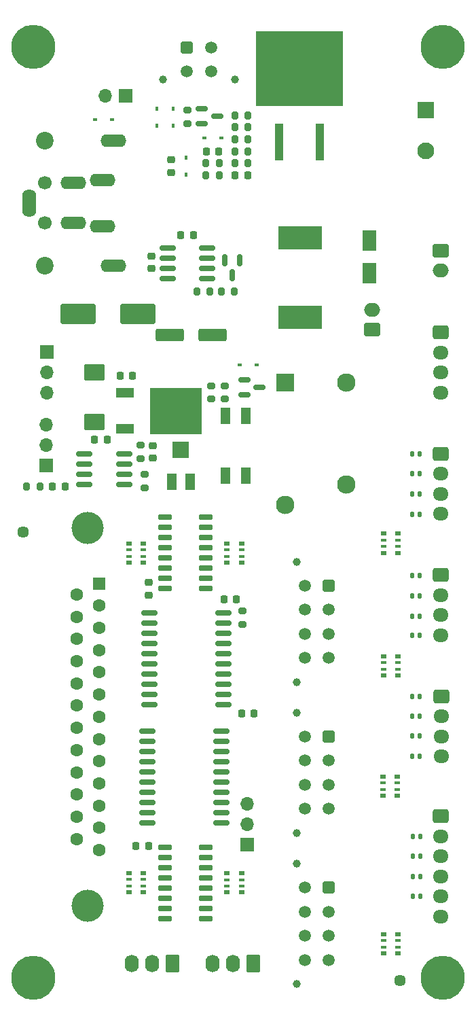
<source format=gbr>
%TF.GenerationSoftware,KiCad,Pcbnew,(6.0.4-0)*%
%TF.CreationDate,2022-05-22T20:42:40+12:00*%
%TF.ProjectId,controller,636f6e74-726f-46c6-9c65-722e6b696361,1.0*%
%TF.SameCoordinates,PX4900f70PY2ebae40*%
%TF.FileFunction,Soldermask,Top*%
%TF.FilePolarity,Negative*%
%FSLAX46Y46*%
G04 Gerber Fmt 4.6, Leading zero omitted, Abs format (unit mm)*
G04 Created by KiCad (PCBNEW (6.0.4-0)) date 2022-05-22 20:42:40*
%MOMM*%
%LPD*%
G01*
G04 APERTURE LIST*
G04 Aperture macros list*
%AMRoundRect*
0 Rectangle with rounded corners*
0 $1 Rounding radius*
0 $2 $3 $4 $5 $6 $7 $8 $9 X,Y pos of 4 corners*
0 Add a 4 corners polygon primitive as box body*
4,1,4,$2,$3,$4,$5,$6,$7,$8,$9,$2,$3,0*
0 Add four circle primitives for the rounded corners*
1,1,$1+$1,$2,$3*
1,1,$1+$1,$4,$5*
1,1,$1+$1,$6,$7*
1,1,$1+$1,$8,$9*
0 Add four rect primitives between the rounded corners*
20,1,$1+$1,$2,$3,$4,$5,0*
20,1,$1+$1,$4,$5,$6,$7,0*
20,1,$1+$1,$6,$7,$8,$9,0*
20,1,$1+$1,$8,$9,$2,$3,0*%
G04 Aperture macros list end*
%ADD10RoundRect,0.147500X0.147500X0.172500X-0.147500X0.172500X-0.147500X-0.172500X0.147500X-0.172500X0*%
%ADD11RoundRect,0.250000X1.500000X0.550000X-1.500000X0.550000X-1.500000X-0.550000X1.500000X-0.550000X0*%
%ADD12RoundRect,0.225000X0.250000X-0.225000X0.250000X0.225000X-0.250000X0.225000X-0.250000X-0.225000X0*%
%ADD13RoundRect,0.147500X-0.147500X-0.172500X0.147500X-0.172500X0.147500X0.172500X-0.147500X0.172500X0*%
%ADD14C,1.000000*%
%ADD15RoundRect,0.250001X-0.499999X0.499999X-0.499999X-0.499999X0.499999X-0.499999X0.499999X0.499999X0*%
%ADD16C,1.500000*%
%ADD17R,0.800000X0.500000*%
%ADD18R,0.800000X0.400000*%
%ADD19RoundRect,0.200000X-0.275000X0.200000X-0.275000X-0.200000X0.275000X-0.200000X0.275000X0.200000X0*%
%ADD20RoundRect,0.200000X0.200000X0.275000X-0.200000X0.275000X-0.200000X-0.275000X0.200000X-0.275000X0*%
%ADD21R,1.700000X1.700000*%
%ADD22O,1.700000X1.700000*%
%ADD23R,2.100000X2.100000*%
%ADD24C,2.100000*%
%ADD25RoundRect,0.250001X-0.499999X-0.499999X0.499999X-0.499999X0.499999X0.499999X-0.499999X0.499999X0*%
%ADD26R,1.300000X2.000000*%
%ADD27R,2.000000X2.000000*%
%ADD28RoundRect,0.250000X-0.750000X0.600000X-0.750000X-0.600000X0.750000X-0.600000X0.750000X0.600000X0*%
%ADD29O,2.000000X1.700000*%
%ADD30RoundRect,0.200000X0.275000X-0.200000X0.275000X0.200000X-0.275000X0.200000X-0.275000X-0.200000X0*%
%ADD31RoundRect,0.150000X-0.875000X-0.150000X0.875000X-0.150000X0.875000X0.150000X-0.875000X0.150000X0*%
%ADD32R,2.200000X1.200000*%
%ADD33R,6.400000X5.800000*%
%ADD34RoundRect,0.200000X-0.200000X-0.275000X0.200000X-0.275000X0.200000X0.275000X-0.200000X0.275000X0*%
%ADD35R,5.400000X2.900000*%
%ADD36RoundRect,0.250000X0.620000X0.845000X-0.620000X0.845000X-0.620000X-0.845000X0.620000X-0.845000X0*%
%ADD37O,1.740000X2.190000*%
%ADD38RoundRect,0.250000X-0.725000X0.600000X-0.725000X-0.600000X0.725000X-0.600000X0.725000X0.600000X0*%
%ADD39O,1.950000X1.700000*%
%ADD40R,1.100000X4.600000*%
%ADD41R,10.800000X9.400000*%
%ADD42R,0.600000X0.450000*%
%ADD43R,0.450000X0.600000*%
%ADD44RoundRect,0.250000X0.750000X-0.600000X0.750000X0.600000X-0.750000X0.600000X-0.750000X-0.600000X0*%
%ADD45C,5.500000*%
%ADD46RoundRect,0.250000X1.950000X1.000000X-1.950000X1.000000X-1.950000X-1.000000X1.950000X-1.000000X0*%
%ADD47R,1.200000X2.000000*%
%ADD48R,1.800000X2.500000*%
%ADD49RoundRect,0.225000X-0.250000X0.225000X-0.250000X-0.225000X0.250000X-0.225000X0.250000X0.225000X0*%
%ADD50C,2.300000*%
%ADD51R,2.300000X2.300000*%
%ADD52RoundRect,0.225000X-0.225000X-0.250000X0.225000X-0.250000X0.225000X0.250000X-0.225000X0.250000X0*%
%ADD53RoundRect,0.225000X0.225000X0.250000X-0.225000X0.250000X-0.225000X-0.250000X0.225000X-0.250000X0*%
%ADD54RoundRect,0.150000X-0.150000X0.587500X-0.150000X-0.587500X0.150000X-0.587500X0.150000X0.587500X0*%
%ADD55C,2.200000*%
%ADD56C,1.700000*%
%ADD57O,3.200000X1.600000*%
%ADD58O,1.750000X3.500000*%
%ADD59RoundRect,0.150000X-0.587500X-0.150000X0.587500X-0.150000X0.587500X0.150000X-0.587500X0.150000X0*%
%ADD60C,1.448000*%
%ADD61RoundRect,0.150000X0.725000X0.150000X-0.725000X0.150000X-0.725000X-0.150000X0.725000X-0.150000X0*%
%ADD62C,4.000000*%
%ADD63R,1.600000X1.600000*%
%ADD64C,1.600000*%
%ADD65RoundRect,0.150000X-0.825000X-0.150000X0.825000X-0.150000X0.825000X0.150000X-0.825000X0.150000X0*%
%ADD66RoundRect,0.250000X1.025000X-0.787500X1.025000X0.787500X-1.025000X0.787500X-1.025000X-0.787500X0*%
G04 APERTURE END LIST*
D10*
%TO.C,D15*%
X51185000Y-53750000D03*
X50215000Y-53750000D03*
%TD*%
D11*
%TO.C,C10*%
X25375000Y-38950000D03*
X19975000Y-38950000D03*
%TD*%
D12*
%TO.C,C1*%
X20150000Y-18675000D03*
X20150000Y-17125000D03*
%TD*%
D13*
%TO.C,D13*%
X50215000Y-58750000D03*
X51185000Y-58750000D03*
%TD*%
D14*
%TO.C,J12*%
X35871000Y-104790000D03*
X35871000Y-119790000D03*
D15*
X39811000Y-107790000D03*
D16*
X39811000Y-110790000D03*
X39811000Y-113790000D03*
X39811000Y-116790000D03*
X36811000Y-107790000D03*
X36811000Y-110790000D03*
X36811000Y-113790000D03*
X36811000Y-116790000D03*
%TD*%
D17*
%TO.C,RN1*%
X14900000Y-64900000D03*
D18*
X14900000Y-65700000D03*
X14900000Y-66500000D03*
D17*
X14900000Y-67300000D03*
X16700000Y-67300000D03*
D18*
X16700000Y-66500000D03*
X16700000Y-65700000D03*
D17*
X16700000Y-64900000D03*
%TD*%
D19*
%TO.C,R13*%
X16350000Y-52675000D03*
X16350000Y-54325000D03*
%TD*%
D20*
%TO.C,R6*%
X26175000Y-17550000D03*
X24525000Y-17550000D03*
%TD*%
D21*
%TO.C,JP4*%
X14500000Y-9150000D03*
D22*
X11960000Y-9150000D03*
%TD*%
D23*
%TO.C,J3*%
X51925000Y-10950000D03*
D24*
X51925000Y-16030000D03*
%TD*%
D14*
%TO.C,J2*%
X28150000Y-7060000D03*
X19150000Y-7060000D03*
D25*
X22150000Y-3120000D03*
D16*
X25150000Y-3120000D03*
X22150000Y-6120000D03*
X25150000Y-6120000D03*
%TD*%
D10*
%TO.C,D8*%
X51255000Y-108900000D03*
X50285000Y-108900000D03*
%TD*%
D26*
%TO.C,RV1*%
X20250000Y-57250000D03*
D27*
X21400000Y-53250000D03*
D26*
X22550000Y-57250000D03*
%TD*%
D28*
%TO.C,J14*%
X53800000Y-28400000D03*
D29*
X53800000Y-30900000D03*
%TD*%
D30*
%TO.C,R16*%
X25150000Y-46905000D03*
X25150000Y-45255000D03*
%TD*%
D31*
%TO.C,U5*%
X17178560Y-88277440D03*
X17178560Y-89547440D03*
X17178560Y-90817440D03*
X17178560Y-92087440D03*
X17178560Y-93357440D03*
X17178560Y-94627440D03*
X17178560Y-95897440D03*
X17178560Y-97167440D03*
X17178560Y-98437440D03*
X17178560Y-99707440D03*
X26478560Y-99707440D03*
X26478560Y-98437440D03*
X26478560Y-97167440D03*
X26478560Y-95897440D03*
X26478560Y-94627440D03*
X26478560Y-93357440D03*
X26478560Y-92087440D03*
X26478560Y-90817440D03*
X26478560Y-89547440D03*
X26478560Y-88277440D03*
%TD*%
D13*
%TO.C,D14*%
X50215000Y-56200000D03*
X51185000Y-56200000D03*
%TD*%
D17*
%TO.C,RN6*%
X48450000Y-66100000D03*
D18*
X48450000Y-65300000D03*
X48450000Y-64500000D03*
D17*
X48450000Y-63700000D03*
X46650000Y-63700000D03*
D18*
X46650000Y-64500000D03*
X46650000Y-65300000D03*
D17*
X46650000Y-66100000D03*
%TD*%
D32*
%TO.C,U1*%
X14450000Y-46098000D03*
D33*
X20750000Y-48378000D03*
D32*
X14450000Y-50658000D03*
%TD*%
D20*
%TO.C,R7*%
X29750000Y-17550000D03*
X28100000Y-17550000D03*
%TD*%
D10*
%TO.C,D11*%
X51255000Y-101400000D03*
X50285000Y-101400000D03*
%TD*%
D20*
%TO.C,R12*%
X25025000Y-33500000D03*
X23375000Y-33500000D03*
%TD*%
D34*
%TO.C,R5*%
X28100000Y-11550000D03*
X29750000Y-11550000D03*
%TD*%
D13*
%TO.C,D21*%
X50215000Y-88920000D03*
X51185000Y-88920000D03*
%TD*%
D21*
%TO.C,JP1*%
X29619000Y-102450000D03*
D22*
X29619000Y-99910000D03*
X29619000Y-97370000D03*
%TD*%
D12*
%TO.C,C11*%
X17900000Y-54275000D03*
X17900000Y-52725000D03*
%TD*%
D20*
%TO.C,R14*%
X3825000Y-57850000D03*
X2175000Y-57850000D03*
%TD*%
D35*
%TO.C,L1*%
X36250000Y-26850000D03*
X36250000Y-36750000D03*
%TD*%
D36*
%TO.C,J16*%
X30400000Y-117250000D03*
D37*
X27860000Y-117250000D03*
X25320000Y-117250000D03*
%TD*%
D38*
%TO.C,J9*%
X53790000Y-68850000D03*
D39*
X53790000Y-71350000D03*
X53790000Y-73850000D03*
X53790000Y-76350000D03*
%TD*%
D40*
%TO.C,Q2*%
X33635000Y-14925000D03*
D41*
X36175000Y-5775000D03*
D40*
X38715000Y-14925000D03*
%TD*%
D34*
%TO.C,R8*%
X28100000Y-16050000D03*
X29750000Y-16050000D03*
%TD*%
D42*
%TO.C,D2*%
X26400000Y-14350000D03*
X24300000Y-14350000D03*
%TD*%
D43*
%TO.C,D1*%
X22050000Y-16850000D03*
X22050000Y-18950000D03*
%TD*%
D44*
%TO.C,J13*%
X45250000Y-38300000D03*
D29*
X45250000Y-35800000D03*
%TD*%
D13*
%TO.C,D17*%
X50215000Y-73968000D03*
X51185000Y-73968000D03*
%TD*%
D38*
%TO.C,J11*%
X53867500Y-83950000D03*
D39*
X53867500Y-86450000D03*
X53867500Y-88950000D03*
X53867500Y-91450000D03*
%TD*%
D19*
%TO.C,R17*%
X26850000Y-45275000D03*
X26850000Y-46925000D03*
%TD*%
D45*
%TO.C,H4*%
X54000000Y-119000000D03*
%TD*%
D46*
%TO.C,C4*%
X16000000Y-36300000D03*
X8600000Y-36300000D03*
%TD*%
D47*
%TO.C,LF1*%
X26980000Y-56478000D03*
X29520000Y-56478000D03*
X29520000Y-48978000D03*
X26980000Y-48978000D03*
%TD*%
D48*
%TO.C,D6*%
X44900000Y-27200000D03*
X44900000Y-31200000D03*
%TD*%
D13*
%TO.C,D22*%
X50215000Y-86440000D03*
X51185000Y-86440000D03*
%TD*%
D49*
%TO.C,C8*%
X17750000Y-29075000D03*
X17750000Y-30625000D03*
%TD*%
D38*
%TO.C,J6*%
X53790000Y-53722000D03*
D39*
X53790000Y-56222000D03*
X53790000Y-58722000D03*
X53790000Y-61222000D03*
%TD*%
D13*
%TO.C,D9*%
X50282500Y-106450000D03*
X51252500Y-106450000D03*
%TD*%
D10*
%TO.C,D12*%
X51185000Y-61250000D03*
X50215000Y-61250000D03*
%TD*%
D38*
%TO.C,J5*%
X53790000Y-98896000D03*
D39*
X53790000Y-101396000D03*
X53790000Y-103896000D03*
X53790000Y-106396000D03*
X53790000Y-108896000D03*
X53790000Y-111396000D03*
%TD*%
D17*
%TO.C,RN3*%
X27150000Y-106000000D03*
D18*
X27150000Y-106800000D03*
X27150000Y-107600000D03*
D17*
X27150000Y-108400000D03*
X28950000Y-108400000D03*
D18*
X28950000Y-107600000D03*
X28950000Y-106800000D03*
D17*
X28950000Y-106000000D03*
%TD*%
D50*
%TO.C,K1*%
X42020000Y-44825000D03*
X42000000Y-57525000D03*
X34400000Y-60065000D03*
D51*
X34400000Y-44825000D03*
%TD*%
D17*
%TO.C,RN2*%
X14900000Y-105982000D03*
D18*
X14900000Y-106782000D03*
X14900000Y-107582000D03*
D17*
X14900000Y-108382000D03*
X16700000Y-108382000D03*
D18*
X16700000Y-107582000D03*
X16700000Y-106782000D03*
D17*
X16700000Y-105982000D03*
%TD*%
D52*
%TO.C,C16*%
X28944000Y-86100000D03*
X30494000Y-86100000D03*
%TD*%
D53*
%TO.C,C2*%
X26125000Y-16050000D03*
X24575000Y-16050000D03*
%TD*%
D54*
%TO.C,Q3*%
X28750000Y-29640000D03*
X26850000Y-29640000D03*
X27800000Y-31515000D03*
%TD*%
D14*
%TO.C,J10*%
X35871000Y-100972000D03*
X35871000Y-85972000D03*
D15*
X39811000Y-88972000D03*
D16*
X39811000Y-91972000D03*
X39811000Y-94972000D03*
X39811000Y-97972000D03*
X36811000Y-88972000D03*
X36811000Y-91972000D03*
X36811000Y-94972000D03*
X36811000Y-97972000D03*
%TD*%
D53*
%TO.C,C5*%
X15375000Y-44050000D03*
X13825000Y-44050000D03*
%TD*%
D55*
%TO.C,J1*%
X4450000Y-30300000D03*
D56*
X4450000Y-25000000D03*
D55*
X4450000Y-14700000D03*
D56*
X4450000Y-20000000D03*
D57*
X11600000Y-25400000D03*
X7950000Y-25000000D03*
X7950000Y-20000000D03*
X11600000Y-19600000D03*
X12950000Y-14700000D03*
D58*
X2450000Y-22500000D03*
D57*
X12950000Y-30300000D03*
%TD*%
D13*
%TO.C,D18*%
X50215000Y-71470000D03*
X51185000Y-71470000D03*
%TD*%
%TO.C,D16*%
X50215000Y-76350000D03*
X51185000Y-76350000D03*
%TD*%
D21*
%TO.C,JP2*%
X4600000Y-55150000D03*
D22*
X4600000Y-52610000D03*
X4600000Y-50070000D03*
%TD*%
D49*
%TO.C,C14*%
X17419000Y-69775000D03*
X17419000Y-71325000D03*
%TD*%
D20*
%TO.C,R9*%
X29750000Y-13050000D03*
X28100000Y-13050000D03*
%TD*%
D59*
%TO.C,Q4*%
X29338500Y-44516000D03*
X29338500Y-46416000D03*
X31213500Y-45466000D03*
%TD*%
D14*
%TO.C,J7*%
X35871000Y-67176000D03*
X35871000Y-82176000D03*
D15*
X39811000Y-70176000D03*
D16*
X39811000Y-73176000D03*
X39811000Y-76176000D03*
X39811000Y-79176000D03*
X36811000Y-70176000D03*
X36811000Y-73176000D03*
X36811000Y-76176000D03*
X36811000Y-79176000D03*
%TD*%
D60*
%TO.C,TH2*%
X48710000Y-119380000D03*
%TD*%
D53*
%TO.C,C6*%
X12175000Y-52000000D03*
X10625000Y-52000000D03*
%TD*%
D30*
%TO.C,R2*%
X29050000Y-74975000D03*
X29050000Y-73325000D03*
%TD*%
D17*
%TO.C,RN4*%
X28950000Y-67300000D03*
D18*
X28950000Y-66500000D03*
X28950000Y-65700000D03*
D17*
X28950000Y-64900000D03*
X27150000Y-64900000D03*
D18*
X27150000Y-65700000D03*
X27150000Y-66500000D03*
D17*
X27150000Y-67300000D03*
%TD*%
D52*
%TO.C,C15*%
X26744000Y-71850000D03*
X28294000Y-71850000D03*
%TD*%
%TO.C,C9*%
X21375000Y-26500000D03*
X22925000Y-26500000D03*
%TD*%
D17*
%TO.C,RN8*%
X48400000Y-96350000D03*
D18*
X48400000Y-95550000D03*
X48400000Y-94750000D03*
D17*
X48400000Y-93950000D03*
X46600000Y-93950000D03*
D18*
X46600000Y-94750000D03*
X46600000Y-95550000D03*
D17*
X46600000Y-96350000D03*
%TD*%
D52*
%TO.C,C12*%
X5375000Y-57850000D03*
X6925000Y-57850000D03*
%TD*%
D61*
%TO.C,U6*%
X24529000Y-70505000D03*
X24529000Y-69235000D03*
X24529000Y-67965000D03*
X24529000Y-66695000D03*
X24529000Y-65425000D03*
X24529000Y-64155000D03*
X24529000Y-62885000D03*
X24529000Y-61615000D03*
X19379000Y-61615000D03*
X19379000Y-62885000D03*
X19379000Y-64155000D03*
X19379000Y-65425000D03*
X19379000Y-66695000D03*
X19379000Y-67965000D03*
X19379000Y-69235000D03*
X19379000Y-70505000D03*
%TD*%
D20*
%TO.C,R3*%
X26175000Y-19050000D03*
X24525000Y-19050000D03*
%TD*%
D10*
%TO.C,D19*%
X51185000Y-68950000D03*
X50215000Y-68950000D03*
%TD*%
D62*
%TO.C,J4*%
X9784331Y-110055000D03*
X9784331Y-62955000D03*
D63*
X11204331Y-69885000D03*
D64*
X11204331Y-72655000D03*
X11204331Y-75425000D03*
X11204331Y-78195000D03*
X11204331Y-80965000D03*
X11204331Y-83735000D03*
X11204331Y-86505000D03*
X11204331Y-89275000D03*
X11204331Y-92045000D03*
X11204331Y-94815000D03*
X11204331Y-97585000D03*
X11204331Y-100355000D03*
X11204331Y-103125000D03*
X8364331Y-71270000D03*
X8364331Y-74040000D03*
X8364331Y-76810000D03*
X8364331Y-79580000D03*
X8364331Y-82350000D03*
X8364331Y-85120000D03*
X8364331Y-87890000D03*
X8364331Y-90660000D03*
X8364331Y-93430000D03*
X8364331Y-96200000D03*
X8364331Y-98970000D03*
X8364331Y-101740000D03*
%TD*%
D36*
%TO.C,J17*%
X20350000Y-117250000D03*
D37*
X17810000Y-117250000D03*
X15270000Y-117250000D03*
%TD*%
D43*
%TO.C,D4*%
X18400000Y-10750000D03*
X18400000Y-12850000D03*
%TD*%
D45*
%TO.C,H1*%
X3000000Y-3000000D03*
%TD*%
D17*
%TO.C,RN5*%
X48450000Y-116000000D03*
D18*
X48450000Y-115200000D03*
X48450000Y-114400000D03*
D17*
X48450000Y-113600000D03*
X46650000Y-113600000D03*
D18*
X46650000Y-114400000D03*
X46650000Y-115200000D03*
D17*
X46650000Y-116000000D03*
%TD*%
D42*
%TO.C,D3*%
X12803000Y-12065000D03*
X10703000Y-12065000D03*
%TD*%
D38*
%TO.C,J8*%
X53790000Y-38600000D03*
D39*
X53790000Y-41100000D03*
X53790000Y-43600000D03*
X53790000Y-46100000D03*
%TD*%
D45*
%TO.C,H3*%
X3000000Y-119000000D03*
%TD*%
D30*
%TO.C,R15*%
X16840000Y-57975000D03*
X16840000Y-56325000D03*
%TD*%
D42*
%TO.C,D7*%
X28718000Y-42672000D03*
X30818000Y-42672000D03*
%TD*%
D52*
%TO.C,C3*%
X28150000Y-19050000D03*
X29700000Y-19050000D03*
%TD*%
D65*
%TO.C,U3*%
X9355000Y-53783000D03*
X9355000Y-55053000D03*
X9355000Y-56323000D03*
X9355000Y-57593000D03*
X14305000Y-57593000D03*
X14305000Y-56323000D03*
X14305000Y-55053000D03*
X14305000Y-53783000D03*
%TD*%
%TO.C,U2*%
X19725000Y-28095000D03*
X19725000Y-29365000D03*
X19725000Y-30635000D03*
X19725000Y-31905000D03*
X24675000Y-31905000D03*
X24675000Y-30635000D03*
X24675000Y-29365000D03*
X24675000Y-28095000D03*
%TD*%
D59*
%TO.C,Q1*%
X24023500Y-10700000D03*
X24023500Y-12600000D03*
X25898500Y-11650000D03*
%TD*%
D13*
%TO.C,D20*%
X50215000Y-91450000D03*
X51185000Y-91450000D03*
%TD*%
D61*
%TO.C,U7*%
X24529000Y-111627000D03*
X24529000Y-110357000D03*
X24529000Y-109087000D03*
X24529000Y-107817000D03*
X24529000Y-106547000D03*
X24529000Y-105277000D03*
X24529000Y-104007000D03*
X24529000Y-102737000D03*
X19379000Y-102737000D03*
X19379000Y-104007000D03*
X19379000Y-105277000D03*
X19379000Y-106547000D03*
X19379000Y-107817000D03*
X19379000Y-109087000D03*
X19379000Y-110357000D03*
X19379000Y-111627000D03*
%TD*%
D10*
%TO.C,D23*%
X51185000Y-83950000D03*
X50215000Y-83950000D03*
%TD*%
D19*
%TO.C,R10*%
X22200000Y-10925000D03*
X22200000Y-12575000D03*
%TD*%
D17*
%TO.C,RN7*%
X48450000Y-81350000D03*
D18*
X48450000Y-80550000D03*
X48450000Y-79750000D03*
D17*
X48450000Y-78950000D03*
X46650000Y-78950000D03*
D18*
X46650000Y-79750000D03*
X46650000Y-80550000D03*
D17*
X46650000Y-81350000D03*
%TD*%
D53*
%TO.C,C13*%
X17344000Y-102600000D03*
X15794000Y-102600000D03*
%TD*%
D60*
%TO.C,TH3*%
X1720000Y-63500000D03*
%TD*%
D43*
%TO.C,D5*%
X20450000Y-10750000D03*
X20450000Y-12850000D03*
%TD*%
D45*
%TO.C,H2*%
X54000000Y-3000000D03*
%TD*%
D34*
%TO.C,R11*%
X26425000Y-33500000D03*
X28075000Y-33500000D03*
%TD*%
D31*
%TO.C,U4*%
X17428560Y-73606440D03*
X17428560Y-74876440D03*
X17428560Y-76146440D03*
X17428560Y-77416440D03*
X17428560Y-78686440D03*
X17428560Y-79956440D03*
X17428560Y-81226440D03*
X17428560Y-82496440D03*
X17428560Y-83766440D03*
X17428560Y-85036440D03*
X26728560Y-85036440D03*
X26728560Y-83766440D03*
X26728560Y-82496440D03*
X26728560Y-81226440D03*
X26728560Y-79956440D03*
X26728560Y-78686440D03*
X26728560Y-77416440D03*
X26728560Y-76146440D03*
X26728560Y-74876440D03*
X26728560Y-73606440D03*
%TD*%
D34*
%TO.C,R4*%
X28100000Y-14550000D03*
X29750000Y-14550000D03*
%TD*%
D66*
%TO.C,C7*%
X10600000Y-49812500D03*
X10600000Y-43587500D03*
%TD*%
D13*
%TO.C,D10*%
X50285000Y-103890000D03*
X51255000Y-103890000D03*
%TD*%
D21*
%TO.C,JP3*%
X4650000Y-41075000D03*
D22*
X4650000Y-43615000D03*
X4650000Y-46155000D03*
%TD*%
M02*

</source>
